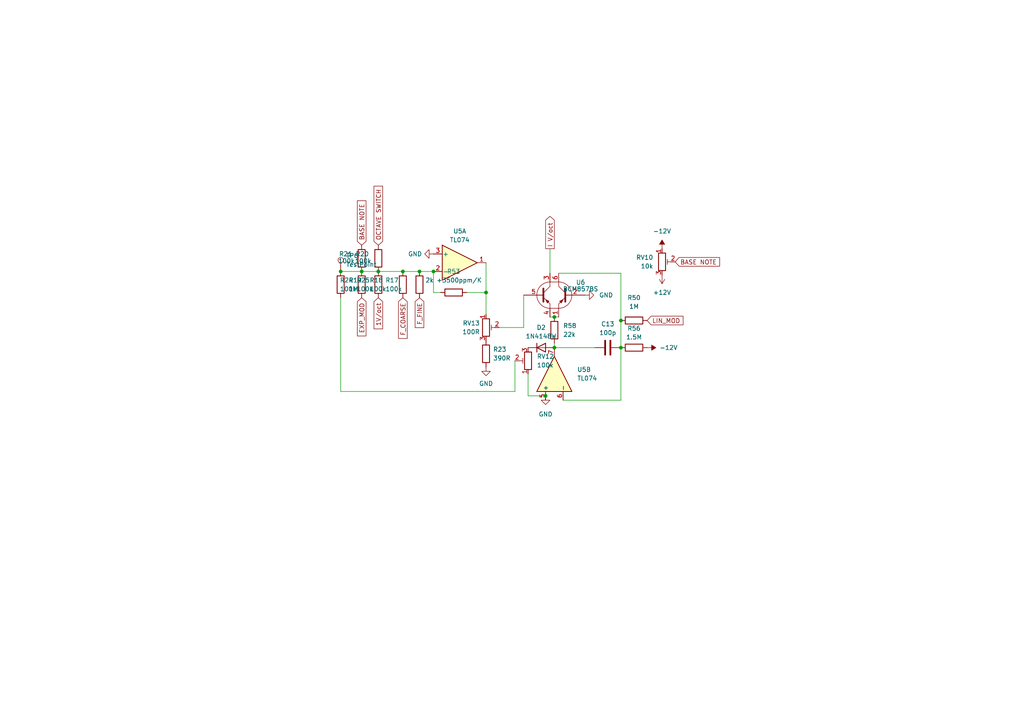
<source format=kicad_sch>
(kicad_sch (version 20250114) (generator "eeschema") (generator_version "9.0")
  (paper "A4")
  (lib_symbols
    (symbol "Amplifier_Operational:TL074" (pin_names (offset 0.127))
      (property "Reference" "U" (at 0 5.08 0))
      (property "Value" "TL074" (at 0 -5.08 0))
      (symbol "TL074_1_1"
        (polyline (pts (xy -5.08 5.08) (xy 5.08 0) (xy -5.08 -5.08) (xy -5.08 5.08)) (stroke (width 0.254)) (fill (type background)))
        (pin input line (at -7.62 2.54 0) (length 2.54) (name "+") (number "3"))
        (pin input line (at -7.62 -2.54 0) (length 2.54) (name "-") (number "2"))
        (pin output line (at 7.62 0 180) (length 2.54) (name "~") (number "1"))
      )
      (symbol "TL074_2_1"
        (polyline (pts (xy -5.08 5.08) (xy 5.08 0) (xy -5.08 -5.08) (xy -5.08 5.08)) (stroke (width 0.254)) (fill (type background)))
        (pin input line (at -7.62 2.54 0) (length 2.54) (name "+") (number "5"))
        (pin input line (at -7.62 -2.54 0) (length 2.54) (name "-") (number "6"))
        (pin output line (at 7.62 0 180) (length 2.54) (name "~") (number "7"))
      )
      (symbol "TL074_3_1"
        (polyline (pts (xy -5.08 5.08) (xy 5.08 0) (xy -5.08 -5.08) (xy -5.08 5.08)) (stroke (width 0.254)) (fill (type background)))
        (pin input line (at -7.62 2.54 0) (length 2.54) (name "+") (number "10"))
        (pin input line (at -7.62 -2.54 0) (length 2.54) (name "-") (number "9"))
        (pin output line (at 7.62 0 180) (length 2.54) (name "~") (number "8"))
      )
      (symbol "TL074_4_1"
        (polyline (pts (xy -5.08 5.08) (xy 5.08 0) (xy -5.08 -5.08) (xy -5.08 5.08)) (stroke (width 0.254)) (fill (type background)))
        (pin input line (at -7.62 2.54 0) (length 2.54) (name "+") (number "12"))
        (pin input line (at -7.62 -2.54 0) (length 2.54) (name "-") (number "13"))
        (pin output line (at 7.62 0 180) (length 2.54) (name "~") (number "14"))
      )
      (symbol "TL074_5_1"
        (pin power_in line (at -2.54 7.62 270) (length 3.81) (name "V+") (number "4"))
        (pin power_in line (at -2.54 -7.62 90) (length 3.81) (name "V-") (number "11"))
      )
    )
    (symbol "Connector:TestPoint" (pin_numbers (hide yes)) (pin_names (offset 0.762) (hide yes))
      (property "Reference" "TP" (at 0 6.858 0))
      (property "Value" "TestPoint" (at 0 5.08 0))
      (symbol "TestPoint_0_1"
        (circle (center 0 3.302) (radius 0.762))
      )
      (symbol "TestPoint_1_1"
        (pin passive line (at 0 0 90) (length 2.54) (name "1") (number "1"))
      )
    )
    (symbol "Device:C" (pin_numbers (hide yes)) (pin_names (offset 0.254))
      (property "Reference" "C" (at 0.635 2.54 0))
      (property "Value" "C" (at 0.635 -2.54 0))
      (symbol "C_0_1"
        (polyline (pts (xy -2.032 0.762) (xy 2.032 0.762)) (stroke (width 0.508)))
        (polyline (pts (xy -2.032 -0.762) (xy 2.032 -0.762)) (stroke (width 0.508)))
      )
      (symbol "C_1_1"
        (pin passive line (at 0 3.81 270) (length 2.794) (name "~") (number "1"))
        (pin passive line (at 0 -3.81 90) (length 2.794) (name "~") (number "2"))
      )
    )
    (symbol "Device:R" (pin_numbers (hide yes)) (pin_names (offset 0))
      (property "Reference" "R" (at 2.032 0 90))
      (property "Value" "R" (at 0 0 90))
      (symbol "R_0_1"
        (rectangle (start -1.016 -2.54) (end 1.016 2.54) (stroke (width 0.254)))
      )
      (symbol "R_1_1"
        (pin passive line (at 0 3.81 270) (length 1.27) (name "~") (number "1"))
        (pin passive line (at 0 -3.81 90) (length 1.27) (name "~") (number "2"))
      )
    )
    (symbol "Device:R_Potentiometer_Trim" (pin_names (offset 1.016) (hide yes))
      (property "Reference" "RV" (at -4.445 0 90))
      (property "Value" "R_Potentiometer_Trim" (at -2.54 0 90))
      (symbol "R_Potentiometer_Trim_0_1"
        (rectangle (start 1.016 2.54) (end -1.016 -2.54) (stroke (width 0.254)))
        (polyline (pts (xy 1.524 0.762) (xy 1.524 -0.762)))
        (polyline (pts (xy 2.54 0) (xy 1.524 0)))
      )
      (symbol "R_Potentiometer_Trim_1_1"
        (pin passive line (at 0 3.81 270) (length 1.27) (name "1") (number "1"))
        (pin passive line (at 0 -3.81 90) (length 1.27) (name "3") (number "3"))
        (pin passive line (at 3.81 0 180) (length 1.27) (name "2") (number "2"))
      )
    )
    (symbol "Diode:1N4148W" (pin_numbers (hide yes)) (pin_names (hide yes))
      (property "Reference" "D" (at 0 2.54 0))
      (property "Value" "1N4148W" (at 0 -2.54 0))
      (symbol "1N4148W_0_1"
        (polyline (pts (xy -1.27 1.27) (xy -1.27 -1.27)) (stroke (width 0.254)))
        (polyline (pts (xy 1.27 1.27) (xy 1.27 -1.27) (xy -1.27 0) (xy 1.27 1.27)) (stroke (width 0.254)))
        (polyline (pts (xy 1.27 0) (xy -1.27 0)))
      )
      (symbol "1N4148W_1_1"
        (pin passive line (at -3.81 0 0) (length 2.54) (name "K") (number "1"))
        (pin passive line (at 3.81 0 180) (length 2.54) (name "A") (number "2"))
      )
    )
    (symbol "EuroRackTools:+12V" (power) (pin_names (offset 0))
      (property "Value" "+12V" (at 0 3.556 0))
      (symbol "+12V_0_1"
        (polyline (pts (xy -0.762 1.27) (xy 0 2.54)))
        (polyline (pts (xy 0 2.54) (xy 0.762 1.27)))
        (polyline (pts (xy 0 0) (xy 0 2.54)))
      )
      (symbol "+12V_1_1"
        (pin power_in line (at 0 0 90) (length 0) (hide yes) (name "+12V") (number "1"))
      )
    )
    (symbol "EuroRackTools:-12V" (power) (pin_names (offset 0))
      (property "Value" "-12V" (at 0 3.81 0))
      (symbol "-12V_0_0"
        (pin power_in line (at 0 0 90) (length 0) (hide yes) (name "-12V") (number "1"))
      )
      (symbol "-12V_0_1"
        (polyline (pts (xy 0 0) (xy 0 1.27) (xy 0.762 1.27) (xy 0 2.54) (xy -0.762 1.27) (xy 0 1.27)) (fill (type outline)))
      )
    )
    (symbol "EuroRackTools:GND" (power) (pin_names (offset 0))
      (property "Value" "GND" (at 0 -3.81 0))
      (symbol "GND_0_1"
        (polyline (pts (xy 0 0) (xy 0 -1.27) (xy 1.27 -1.27) (xy 0 -2.54) (xy -1.27 -1.27) (xy 0 -1.27)))
      )
      (symbol "GND_1_1"
        (pin power_in line (at 0 0 270) (length 0) (hide yes) (name "GND") (number "1"))
      )
    )
    (symbol "EuroRackTools:PNP-PNP_Matched_Transistor"
      (property "Reference" "U" (at -1.27 0 0))
      (symbol "PNP-PNP_Matched_Transistor_0_1"
        (polyline (pts (xy -3.175 1.905) (xy -3.175 -1.905) (xy -3.175 -1.905)) (stroke (width 0.508)))
        (polyline (pts (xy -3.175 0.635) (xy -1.27 2.54)))
        (polyline (pts (xy -3.175 -0.635) (xy -1.27 -2.54) (xy -1.27 -2.54)))
        (polyline (pts (xy -2.032 2.286) (xy -1.524 1.778) (xy -2.54 1.27) (xy -2.032 2.286) (xy -2.032 2.286)) (fill (type outline)))
        (arc (start -5.08 0) (mid -3.9641 2.6941) (end -1.27 3.81))
        (polyline (pts (xy -1.27 3.81) (xy -1.27 2.54)))
        (polyline (pts (xy -1.27 3.81) (xy 1.27 3.81)))
        (arc (start -1.2699 -3.8099) (mid -3.964 -2.694) (end -5.0799 0.0001))
        (polyline (pts (xy -1.27 -2.54) (xy -1.27 -3.81)))
        (polyline (pts (xy 1.27 3.81) (xy 1.27 2.54)))
        (arc (start 1.2698 3.81) (mid 3.964 2.6941) (end 5.0798 0))
        (arc (start 5.0799 0.0001) (mid 3.964 -2.694) (end 1.2699 -3.8099))
        (polyline (pts (xy 1.27 -2.54) (xy 1.27 -3.81)))
        (polyline (pts (xy 1.27 -3.81) (xy -1.27 -3.81)))
        (polyline (pts (xy 2.032 2.286) (xy 1.524 1.778) (xy 2.54 1.27) (xy 2.032 2.286) (xy 2.032 2.286)) (fill (type outline)))
        (polyline (pts (xy 3.175 1.905) (xy 3.175 -1.905) (xy 3.175 -1.905)) (stroke (width 0.508)))
        (polyline (pts (xy 3.175 0.635) (xy 1.27 2.54)))
        (polyline (pts (xy 3.175 -0.635) (xy 1.27 -2.54) (xy 1.27 -2.54)))
      )
      (symbol "PNP-PNP_Matched_Transistor_1_1"
        (pin passive line (at -8.89 0 0) (length 5.715) (name "") (number "2"))
        (pin passive line (at -1.27 6.35 270) (length 2.54) (name "") (number "1"))
        (pin passive line (at -1.27 -6.35 90) (length 2.54) (name "") (number "6"))
        (pin passive line (at 1.27 6.35 270) (length 2.54) (name "") (number "4"))
        (pin passive line (at 1.27 -6.35 90) (length 2.54) (name "") (number "3"))
        (pin passive line (at 8.89 0 180) (length 5.715) (name "") (number "5"))
      )
    )
  )
  (junction (at 98.806 78.74))
  (junction (at 104.902 78.74))
  (junction (at 160.782 91.948))
  (junction (at 180.086 100.838))
  (junction (at 116.84 78.74))
  (junction (at 109.728 78.74))
  (junction (at 125.73 78.74))
  (junction (at 140.97 84.836))
  (junction (at 180.086 92.964))
  (junction (at 160.782 100.838))
  (junction (at 121.666 78.74))
  (junction (at 158.242 114.808))
  (wire (pts (xy 140.97 84.836) (xy 140.97 91.186)))
  (wire (pts (xy 153.162 114.808) (xy 158.242 114.808)))
  (wire (pts (xy 98.806 86.36) (xy 98.806 113.538)))
  (wire (pts (xy 121.666 78.74) (xy 125.73 78.74)))
  (wire (pts (xy 158.242 116.078) (xy 158.242 114.808)))
  (wire (pts (xy 160.782 91.948) (xy 162.052 91.948)))
  (wire (pts (xy 151.892 94.996) (xy 151.892 85.598)))
  (wire (pts (xy 125.73 84.836) (xy 127.762 84.836)))
  (wire (pts (xy 140.97 76.2) (xy 140.97 84.836)))
  (wire (pts (xy 135.382 84.836) (xy 140.97 84.836)))
  (wire (pts (xy 180.086 92.964) (xy 180.086 100.838)))
  (wire (pts (xy 104.902 78.74) (xy 109.728 78.74)))
  (wire (pts (xy 180.086 116.078) (xy 163.322 116.078)))
  (wire (pts (xy 144.78 94.996) (xy 151.892 94.996)))
  (wire (pts (xy 109.728 78.74) (xy 116.84 78.74)))
  (wire (pts (xy 149.352 104.648) (xy 149.352 113.538)))
  (wire (pts (xy 180.086 100.838) (xy 180.086 116.078)))
  (wire (pts (xy 116.84 78.74) (xy 121.666 78.74)))
  (wire (pts (xy 160.782 100.838) (xy 160.782 99.568)))
  (wire (pts (xy 149.352 113.538) (xy 98.806 113.538)))
  (wire (pts (xy 180.086 79.248) (xy 180.086 92.964)))
  (wire (pts (xy 162.052 79.248) (xy 180.086 79.248)))
  (wire (pts (xy 159.512 79.248) (xy 159.512 72.136)))
  (wire (pts (xy 98.806 78.74) (xy 104.902 78.74)))
  (wire (pts (xy 125.73 78.74) (xy 125.73 84.836)))
  (wire (pts (xy 159.512 91.948) (xy 160.782 91.948)))
  (wire (pts (xy 160.782 100.838) (xy 172.466 100.838)))
  (wire (pts (xy 153.162 108.458) (xy 153.162 114.808)))
  (global_label "BASE NOTE" (shape input) (at 195.834 75.946 0) (property "Intersheetrefs" "${INTERSHEET_REFS}" (effects (hide yes))))
  (global_label "F_FINE" (shape input) (at 121.666 86.36 270) (property "Intersheetrefs" "${INTERSHEET_REFS}" (effects (hide yes))))
  (global_label "LIN_MOD" (shape input) (at 187.706 92.964 0) (property "Intersheetrefs" "${INTERSHEET_REFS}" (effects (hide yes))))
  (global_label "OCTAVE SWITCH" (shape input) (at 109.728 71.12 90) (property "Intersheetrefs" "${INTERSHEET_REFS}" (effects (hide yes))))
  (global_label "BASE NOTE" (shape input) (at 104.902 71.12 90) (property "Intersheetrefs" "${INTERSHEET_REFS}" (effects (hide yes))))
  (global_label "I V{slash}oct" (shape output) (at 159.512 72.136 90) (property "Intersheetrefs" "${INTERSHEET_REFS}" (effects (hide yes))))
  (global_label "1V{slash}oct" (shape input) (at 109.728 86.36 270) (property "Intersheetrefs" "${INTERSHEET_REFS}" (effects (hide yes))))
  (global_label "F_COARSE" (shape input) (at 116.84 86.36 270) (property "Intersheetrefs" "${INTERSHEET_REFS}" (effects (hide yes))))
  (global_label "EXP_MOD" (shape input) (at 104.902 86.36 270) (property "Intersheetrefs" "${INTERSHEET_REFS}" (effects (hide yes))))
  (symbol (lib_id "EuroRackTools:PNP-PNP_Matched_Transistor") (at 160.782 85.598 180) (unit 1)
    (property "Reference" "U6" (at 168.402 81.9148 0))
    (property "Value" "BCM857BS" (at 168.402 83.8199 0))
    (property "Footprint" "Eurorack:SOT-363_SC-70-6" (effects (hide yes)))
    (property "Description" "PNP-PNP Matched Transistor Package" (effects (hide yes)))
  )
  (symbol (lib_id "Device:R") (at 160.782 95.758 180) (unit 1)
    (property "Reference" "R58" (at 163.322 94.4879 0) (effects (justify right)))
    (property "Value" "22k" (at 163.322 97.0279 0) (effects (justify right)))
    (property "Footprint" "Resistor_SMD:R_0603_1608Metric_Pad0.98x0.95mm_HandSolder" (effects (hide yes)))
    (property "Description" "Resistor" (effects (hide yes)))
  )
  (symbol (lib_id "Device:R") (at 104.902 74.93 180) (unit 1)
    (property "Reference" "R21" (at 98.298 73.66 0) (effects (justify right)))
    (property "Value" "100k" (at 98.044 75.692 0) (effects (justify right)))
    (property "Footprint" "Resistor_SMD:R_0603_1608Metric_Pad0.98x0.95mm_HandSolder" (effects (hide yes)))
    (property "Description" "Resistor" (effects (hide yes)))
  )
  (symbol (lib_id "EuroRackTools:+12V") (at 192.024 79.756 180) (unit 1)
    (property "Reference" "#PWR075" (effects (hide yes)))
    (property "Value" "+12V" (at 192.024 84.836 0))
    (property "Description" "Power symbol creates a global label with name \"+12V\"" (effects (hide yes)))
  )
  (symbol (lib_id "Device:R") (at 116.84 82.55 180) (unit 1)
    (property "Reference" "R24" (at 98.552 81.2799 0) (effects (justify right)))
    (property "Value" "100k" (at 98.552 83.8199 0) (effects (justify right)))
    (property "Footprint" "Resistor_SMD:R_0603_1608Metric_Pad0.98x0.95mm_HandSolder" (effects (hide yes)))
    (property "Description" "Resistor" (effects (hide yes)))
  )
  (symbol (lib_id "Amplifier_Operational:TL074") (at 133.35 76.2 0) (unit 1)
    (property "Reference" "U5" (at 133.35 67.056 0))
    (property "Value" "TL074" (at 133.35 69.596 0))
    (property "Footprint" "Package_SO:SOIC-14_3.9x8.7mm_P1.27mm" (effects (hide yes)))
    (property "Datasheet" "http://www.ti.com/lit/ds/symlink/tl071.pdf" (effects (hide yes)))
    (property "Description" "Quad Low-Noise JFET-Input Operational Amplifiers, DIP-14/SOIC-14" (effects (hide yes)))
  )
  (symbol (lib_id "Device:R") (at 104.902 82.55 180) (unit 1)
    (property "Reference" "R18" (at 107.188 81.2799 0) (effects (justify right)))
    (property "Value" "100k" (at 107.188 83.8199 0) (effects (justify right)))
    (property "Footprint" "Resistor_SMD:R_0603_1608Metric_Pad0.98x0.95mm_HandSolder" (effects (hide yes)))
    (property "Description" "Resistor" (effects (hide yes)))
  )
  (symbol (lib_id "Device:R") (at 140.97 102.616 180) (unit 1)
    (property "Reference" "R23" (at 143.002 101.3459 0) (effects (justify right)))
    (property "Value" "390R" (at 143.002 103.8859 0) (effects (justify right)))
    (property "Footprint" "Resistor_SMD:R_0603_1608Metric_Pad0.98x0.95mm_HandSolder" (effects (hide yes)))
    (property "Description" "Resistor" (effects (hide yes)))
  )
  (symbol (lib_id "Device:R") (at 109.728 74.93 180) (unit 1)
    (property "Reference" "R20" (at 103.124 73.66 0) (effects (justify right)))
    (property "Value" "100k" (at 102.87 75.692 0) (effects (justify right)))
    (property "Footprint" "Resistor_SMD:R_0603_1608Metric_Pad0.98x0.95mm_HandSolder" (effects (hide yes)))
    (property "Description" "Resistor" (effects (hide yes)))
  )
  (symbol (lib_id "EuroRackTools:-12V") (at 192.024 72.136 0) (unit 1)
    (property "Reference" "#PWR074" (effects (hide yes)))
    (property "Value" "-12V" (at 192.024 67.056 0))
    (property "Description" "Power symbol creates a global label with name \"-12V\"" (effects (hide yes)))
  )
  (symbol (lib_id "Amplifier_Operational:TL074") (at 160.782 108.458 90) (unit 2)
    (property "Reference" "U5" (at 167.386 107.1879 90) (effects (justify right)))
    (property "Value" "TL074" (at 167.386 109.7279 90) (effects (justify right)))
    (property "Footprint" "Package_SO:SOIC-14_3.9x8.7mm_P1.27mm" (effects (hide yes)))
    (property "Datasheet" "http://www.ti.com/lit/ds/symlink/tl071.pdf" (effects (hide yes)))
    (property "Description" "Quad Low-Noise JFET-Input Operational Amplifiers, DIP-14/SOIC-14" (effects (hide yes)))
  )
  (symbol (lib_id "Device:R") (at 183.896 92.964 270) (unit 1)
    (property "Reference" "R50" (at 183.896 86.36 90))
    (property "Value" "1M" (at 183.896 88.9 90))
    (property "Footprint" "Resistor_SMD:R_0603_1608Metric_Pad0.98x0.95mm_HandSolder" (effects (hide yes)))
    (property "Description" "Resistor" (effects (hide yes)))
  )
  (symbol (lib_id "Diode:1N4148W") (at 156.972 100.838 0) (unit 1)
    (property "Reference" "D2" (at 156.972 94.996 0))
    (property "Value" "1N4148W" (at 156.972 97.536 0))
    (property "Footprint" "Diode_SMD:D_SOD-123" (effects (hide yes)))
    (property "Datasheet" "https://www.vishay.com/docs/85748/1n4148w.pdf" (effects (hide yes)))
    (property "Description" "75V 0.15A Fast Switching Diode, SOD-123" (effects (hide yes)))
    (property "Sim.Device" "D" (effects (hide yes)))
    (property "Sim.Pins" "1=K 2=A" (effects (hide yes)))
  )
  (symbol (lib_id "EuroRackTools:-12V") (at 187.706 100.838 270) (unit 1)
    (property "Reference" "#PWR034" (effects (hide yes)))
    (property "Value" "-12V" (at 191.262 100.8379 90) (effects (justify left)))
    (property "Description" "Power symbol creates a global label with name \"-12V\"" (effects (hide yes)))
  )
  (symbol (lib_id "Device:R") (at 109.728 82.55 180) (unit 1)
    (property "Reference" "R17" (at 111.76 81.2799 0) (effects (justify right)))
    (property "Value" "100k" (at 111.76 83.8199 0) (effects (justify right)))
    (property "Footprint" "Resistor_SMD:R_0603_1608Metric_Pad0.98x0.95mm_HandSolder" (effects (hide yes)))
    (property "Description" "Resistor" (effects (hide yes)))
  )
  (symbol (lib_id "EuroRackTools:GND") (at 140.97 106.426 0) (unit 1)
    (property "Reference" "#PWR031" (effects (hide yes)))
    (property "Value" "GND" (at 140.97 111.252 0))
    (property "Description" "Power symbol creates a global label with name \"GND\" , ground" (effects (hide yes)))
  )
  (symbol (lib_id "EuroRackTools:GND") (at 158.242 114.808 0) (unit 1)
    (property "Reference" "#PWR032" (effects (hide yes)))
    (property "Value" "GND" (at 158.242 120.142 0))
    (property "Description" "Power symbol creates a global label with name \"GND\" , ground" (effects (hide yes)))
  )
  (symbol (lib_id "Device:R") (at 131.572 84.836 90) (unit 1)
    (property "Reference" "R53" (at 131.572 78.74 90))
    (property "Value" "2k +3500ppm/K" (at 131.572 81.28 90))
    (property "Footprint" "Resistor_SMD:R_0603_1608Metric_Pad0.98x0.95mm_HandSolder" (effects (hide yes)))
    (property "Description" "Resistor" (effects (hide yes)))
  )
  (symbol (lib_id "EuroRackTools:GND") (at 125.73 73.66 270) (unit 1)
    (property "Reference" "#PWR030" (effects (hide yes)))
    (property "Value" "GND" (at 122.428 73.6599 90) (effects (justify right)))
    (property "Description" "Power symbol creates a global label with name \"GND\" , ground" (effects (hide yes)))
  )
  (symbol (lib_id "Device:R_Potentiometer_Trim") (at 192.024 75.946 0) (unit 1)
    (property "Reference" "RV10" (at 189.484 74.6759 0) (effects (justify right)))
    (property "Value" "10k" (at 189.484 77.2159 0) (effects (justify right)))
    (property "Footprint" "Potentiometer_SMD:Potentiometer_Bourns_3214X_Vertical" (effects (hide yes)))
    (property "Description" "Base note" (effects (hide yes)))
  )
  (symbol (lib_id "Device:R_Potentiometer_Trim") (at 140.97 94.996 0) (unit 1)
    (property "Reference" "RV13" (at 139.192 93.7259 0) (effects (justify right)))
    (property "Value" "100R" (at 139.192 96.2659 0) (effects (justify right)))
    (property "Footprint" "Potentiometer_SMD:Potentiometer_Bourns_3214X_Vertical" (effects (hide yes)))
    (property "Description" "V/oct trimmer" (effects (hide yes)))
  )
  (symbol (lib_id "Device:R") (at 183.896 100.838 270) (unit 1)
    (property "Reference" "R56" (at 183.896 95.25 90))
    (property "Value" "1.5M" (at 183.896 97.79 90))
    (property "Footprint" "Resistor_SMD:R_0603_1608Metric_Pad0.98x0.95mm_HandSolder" (effects (hide yes)))
    (property "Description" "Resistor" (effects (hide yes)))
  )
  (symbol (lib_id "Device:R_Potentiometer_Trim") (at 153.162 104.648 180) (unit 1)
    (property "Reference" "RV12" (at 155.702 103.3779 0) (effects (justify right)))
    (property "Value" "100k" (at 155.702 105.9179 0) (effects (justify right)))
    (property "Footprint" "Potentiometer_SMD:Potentiometer_Bourns_3214X_Vertical" (effects (hide yes)))
    (property "Description" "HF Trim (v/oct)" (effects (hide yes)))
  )
  (symbol (lib_id "Connector:TestPoint") (at 98.806 78.74 0) (unit 1)
    (property "Reference" "TP6" (at 100.33 74.1679 0) (effects (justify left)))
    (property "Value" "TestPoint" (at 100.33 76.7079 0) (effects (justify left)))
    (property "Footprint" "Eurorack:TestPoint_Pad_D1.0mm" (effects (hide yes)))
    (property "Description" "test point" (effects (hide yes)))
  )
  (symbol (lib_id "EuroRackTools:GND") (at 169.672 85.598 90) (unit 1)
    (property "Reference" "#PWR033" (effects (hide yes)))
    (property "Value" "GND" (at 173.736 85.5979 90) (effects (justify right)))
    (property "Description" "Power symbol creates a global label with name \"GND\" , ground" (effects (hide yes)))
  )
  (symbol (lib_id "Device:R") (at 98.806 82.55 180) (unit 1)
    (property "Reference" "R19" (at 101.092 81.2799 0) (effects (justify right)))
    (property "Value" "1M" (at 101.092 83.8199 0) (effects (justify right)))
    (property "Footprint" "Resistor_SMD:R_0603_1608Metric_Pad0.98x0.95mm_HandSolder" (effects (hide yes)))
    (property "Description" "Resistor" (effects (hide yes)))
  )
  (symbol (lib_id "Device:C") (at 176.276 100.838 90) (unit 1)
    (property "Reference" "C13" (at 176.276 93.98 90))
    (property "Value" "100p" (at 176.276 96.52 90))
    (property "Footprint" "Capacitor_SMD:C_0603_1608Metric_Pad1.08x0.95mm_HandSolder" (effects (hide yes)))
    (property "Description" "Unpolarized capacitor" (effects (hide yes)))
  )
  (symbol (lib_id "Device:R") (at 121.666 82.55 180) (unit 1)
    (property "Reference" "R25" (at 103.378 81.2799 0) (effects (justify right)))
    (property "Value" "100k" (at 103.378 83.8199 0) (effects (justify right)))
    (property "Footprint" "Resistor_SMD:R_0603_1608Metric_Pad0.98x0.95mm_HandSolder" (effects (hide yes)))
    (property "Description" "Resistor" (effects (hide yes)))
  )
)
</source>
